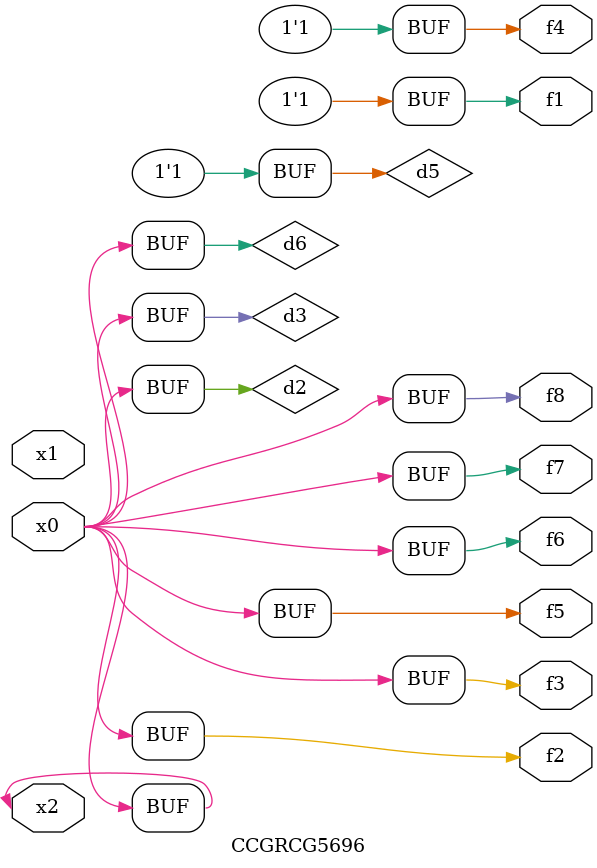
<source format=v>
module CCGRCG5696(
	input x0, x1, x2,
	output f1, f2, f3, f4, f5, f6, f7, f8
);

	wire d1, d2, d3, d4, d5, d6;

	xnor (d1, x2);
	buf (d2, x0, x2);
	and (d3, x0);
	xnor (d4, x1, x2);
	nand (d5, d1, d3);
	buf (d6, d2, d3);
	assign f1 = d5;
	assign f2 = d6;
	assign f3 = d6;
	assign f4 = d5;
	assign f5 = d6;
	assign f6 = d6;
	assign f7 = d6;
	assign f8 = d6;
endmodule

</source>
